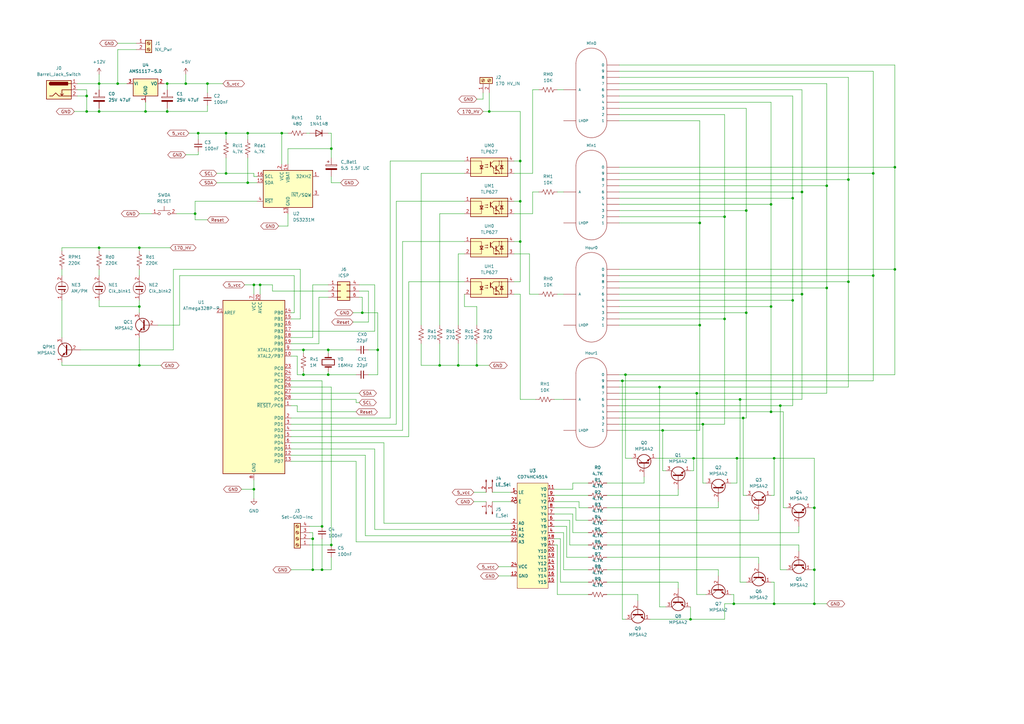
<source format=kicad_sch>
(kicad_sch (version 20211123) (generator eeschema)
  (paper "A3")
  (title_block (title "Nixie Clock Schematc") (date "2023-02-15") (rev "1.0") (company "Bradley Thissen") (comment 1 "Programmable Real Time Clock with 4x IN-12b Nixie Display"))
  (junction (at 57.15 101.6))
  (junction (at 187.96 149.86))
  (junction (at 40.64 34.29))
  (junction (at 148.59 128.27))
  (junction (at 347.98 73.66))
  (junction (at 358.14 113.03))
  (junction (at 285.75 161.29))
  (junction (at 334.01 208.28))
  (junction (at 367.03 68.58))
  (junction (at 213.36 82.55))
  (junction (at 40.64 45.72))
  (junction (at 320.04 166.37))
  (junction (at 124.46 143.51))
  (junction (at 328.93 120.65))
  (junction (at 284.48 187.96))
  (junction (at 306.07 86.36))
  (junction (at 92.71 71.12))
  (junction (at 271.78 176.53))
  (junction (at 135.89 60.96))
  (junction (at 101.6 74.93))
  (junction (at 270.51 158.75))
  (junction (at 297.18 130.81))
  (junction (at 124.46 153.67))
  (junction (at 358.14 71.12))
  (junction (at 287.02 91.44))
  (junction (at 328.93 78.74))
  (junction (at 104.14 116.84))
  (junction (at 35.56 39.37))
  (junction (at 115.57 54.61))
  (junction (at 200.66 45.72))
  (junction (at 132.08 215.9))
  (junction (at 81.28 54.61))
  (junction (at 134.62 143.51))
  (junction (at 40.64 101.6))
  (junction (at 85.09 34.29))
  (junction (at 35.56 45.72))
  (junction (at 213.36 66.04))
  (junction (at 347.98 115.57))
  (junction (at 302.26 187.96))
  (junction (at 287.02 133.35))
  (junction (at 104.14 200.66))
  (junction (at 132.08 233.68))
  (junction (at 334.01 233.68))
  (junction (at 101.6 54.61))
  (junction (at 134.62 153.67))
  (junction (at 367.03 110.49))
  (junction (at 57.15 125.73))
  (junction (at 339.09 76.2))
  (junction (at 325.12 123.19))
  (junction (at 92.71 54.61))
  (junction (at 316.23 168.91))
  (junction (at 300.99 247.65))
  (junction (at 306.07 128.27))
  (junction (at 154.94 143.51))
  (junction (at 128.27 233.68))
  (junction (at 288.29 173.99))
  (junction (at 334.01 247.65))
  (junction (at 316.23 83.82))
  (junction (at 339.09 118.11))
  (junction (at 283.21 254))
  (junction (at 68.58 45.72))
  (junction (at 304.8 171.45))
  (junction (at 135.89 223.52))
  (junction (at 325.12 81.28))
  (junction (at 213.36 99.06))
  (junction (at 68.58 34.29))
  (junction (at 128.27 220.98))
  (junction (at 317.5 187.96))
  (junction (at 316.23 125.73))
  (junction (at 59.69 45.72))
  (junction (at 76.2 34.29))
  (junction (at 297.18 88.9))
  (junction (at 256.54 153.67))
  (junction (at 317.5 247.65))
  (junction (at 195.58 149.86))
  (junction (at 57.15 149.86))
  (junction (at 106.68 116.84))
  (junction (at 48.26 34.29))
  (junction (at 255.27 156.21))
  (junction (at 303.53 163.83))
  (junction (at 80.01 87.63))
  (junction (at 180.34 149.86))
  (wire (pts (xy 119.38 173.99) (xy 162.56 173.99)))
  (wire (pts (xy 134.62 121.92) (xy 130.81 121.92)))
  (wire (pts (xy 40.64 45.72) (xy 59.69 45.72)))
  (wire (pts (xy 232.41 228.6) (xy 232.41 215.9)))
  (wire (pts (xy 254 110.49) (xy 367.03 110.49)))
  (wire (pts (xy 321.31 208.28) (xy 321.31 168.91)))
  (wire (pts (xy 85.09 38.1) (xy 85.09 34.29)))
  (wire (pts (xy 119.38 189.23) (xy 146.05 189.23)))
  (wire (pts (xy 254 39.37) (xy 325.12 39.37)))
  (wire (pts (xy 128.27 218.44) (xy 128.27 220.98)))
  (wire (pts (xy 248.92 198.12) (xy 264.16 198.12)))
  (wire (pts (xy 311.15 213.36) (xy 311.15 210.82)))
  (wire (pts (xy 358.14 71.12) (xy 358.14 113.03)))
  (wire (pts (xy 104.14 200.66) (xy 99.06 200.66)))
  (wire (pts (xy 254 120.65) (xy 328.93 120.65)))
  (wire (pts (xy 254 41.91) (xy 316.23 41.91)))
  (wire (pts (xy 76.2 63.5) (xy 81.28 63.5)))
  (wire (pts (xy 213.36 82.55) (xy 213.36 66.04)))
  (wire (pts (xy 71.12 110.49) (xy 71.12 143.51)))
  (wire (pts (xy 248.92 238.76) (xy 278.13 238.76)))
  (wire (pts (xy 210.82 99.06) (xy 213.36 99.06)))
  (wire (pts (xy 269.24 187.96) (xy 284.48 187.96)))
  (wire (pts (xy 104.14 196.85) (xy 104.14 200.66)))
  (wire (pts (xy 284.48 193.04) (xy 284.48 187.96)))
  (wire (pts (xy 254 81.28) (xy 325.12 81.28)))
  (wire (pts (xy 254 76.2) (xy 339.09 76.2)))
  (wire (pts (xy 213.36 115.57) (xy 213.36 99.06)))
  (wire (pts (xy 172.72 149.86) (xy 180.34 149.86)))
  (wire (pts (xy 213.36 163.83) (xy 213.36 120.65)))
  (wire (pts (xy 132.08 156.21) (xy 132.08 215.9)))
  (wire (pts (xy 339.09 34.29) (xy 339.09 76.2)))
  (wire (pts (xy 132.08 233.68) (xy 128.27 233.68)))
  (wire (pts (xy 347.98 31.75) (xy 347.98 73.66)))
  (wire (pts (xy 132.08 215.9) (xy 127 215.9)))
  (wire (pts (xy 73.66 113.03) (xy 73.66 133.35)))
  (wire (pts (xy 187.96 149.86) (xy 195.58 149.86)))
  (wire (pts (xy 200.66 38.1) (xy 200.66 45.72)))
  (wire (pts (xy 76.2 34.29) (xy 68.58 34.29)))
  (wire (pts (xy 294.64 233.68) (xy 294.64 236.22)))
  (wire (pts (xy 48.26 20.32) (xy 48.26 34.29)))
  (wire (pts (xy 210.82 115.57) (xy 213.36 115.57)))
  (wire (pts (xy 320.04 233.68) (xy 322.58 233.68)))
  (wire (pts (xy 227.33 200.66) (xy 234.95 200.66)))
  (wire (pts (xy 134.62 152.4) (xy 134.62 153.67)))
  (wire (pts (xy 92.71 71.12) (xy 88.9 71.12)))
  (wire (pts (xy 327.66 223.52) (xy 248.92 223.52)))
  (wire (pts (xy 146.05 222.25) (xy 146.05 189.23)))
  (wire (pts (xy 273.05 193.04) (xy 271.78 193.04)))
  (wire (pts (xy 154.94 153.67) (xy 151.13 153.67)))
  (wire (pts (xy 146.05 165.1) (xy 146.05 163.83)))
  (wire (pts (xy 48.26 17.78) (xy 55.88 17.78)))
  (wire (pts (xy 135.89 60.96) (xy 135.89 64.77)))
  (wire (pts (xy 234.95 200.66) (xy 234.95 198.12)))
  (wire (pts (xy 101.6 64.77) (xy 101.6 74.93)))
  (wire (pts (xy 209.55 214.63) (xy 157.48 214.63)))
  (wire (pts (xy 228.6 78.74) (xy 231.14 78.74)))
  (wire (pts (xy 209.55 222.25) (xy 146.05 222.25)))
  (wire (pts (xy 130.81 121.92) (xy 130.81 140.97)))
  (wire (pts (xy 76.2 30.48) (xy 76.2 34.29)))
  (wire (pts (xy 241.3 213.36) (xy 236.22 213.36)))
  (wire (pts (xy 77.47 54.61) (xy 81.28 54.61)))
  (wire (pts (xy 92.71 64.77) (xy 92.71 71.12)))
  (wire (pts (xy 232.41 215.9) (xy 227.33 215.9)))
  (wire (pts (xy 80.01 90.17) (xy 85.09 90.17)))
  (wire (pts (xy 81.28 54.61) (xy 92.71 54.61)))
  (wire (pts (xy 172.72 140.97) (xy 172.72 149.86)))
  (wire (pts (xy 255.27 156.21) (xy 358.14 156.21)))
  (wire (pts (xy 100.33 116.84) (xy 104.14 116.84)))
  (wire (pts (xy 259.08 187.96) (xy 256.54 187.96)))
  (wire (pts (xy 254 113.03) (xy 358.14 113.03)))
  (wire (pts (xy 210.82 82.55) (xy 213.36 82.55)))
  (wire (pts (xy 190.5 104.14) (xy 187.96 104.14)))
  (wire (pts (xy 40.64 34.29) (xy 48.26 34.29)))
  (wire (pts (xy 123.19 130.81) (xy 123.19 110.49)))
  (wire (pts (xy 162.56 173.99) (xy 162.56 82.55)))
  (wire (pts (xy 111.76 116.84) (xy 106.68 116.84)))
  (wire (pts (xy 119.38 161.29) (xy 147.32 161.29)))
  (wire (pts (xy 339.09 118.11) (xy 339.09 161.29)))
  (wire (pts (xy 104.14 200.66) (xy 104.14 204.47)))
  (wire (pts (xy 190.5 120.65) (xy 190.5 125.73)))
  (wire (pts (xy 120.65 113.03) (xy 73.66 113.03)))
  (wire (pts (xy 124.46 143.51) (xy 124.46 144.78)))
  (wire (pts (xy 241.3 233.68) (xy 231.14 233.68)))
  (wire (pts (xy 254 68.58) (xy 367.03 68.58)))
  (wire (pts (xy 228.6 120.65) (xy 231.14 120.65)))
  (wire (pts (xy 285.75 161.29) (xy 339.09 161.29)))
  (wire (pts (xy 118.11 87.63) (xy 118.11 92.71)))
  (wire (pts (xy 57.15 101.6) (xy 40.64 101.6)))
  (wire (pts (xy 213.36 99.06) (xy 213.36 82.55)))
  (wire (pts (xy 106.68 116.84) (xy 106.68 120.65)))
  (wire (pts (xy 302.26 198.12) (xy 302.26 187.96)))
  (wire (pts (xy 57.15 101.6) (xy 57.15 102.87)))
  (wire (pts (xy 128.27 233.68) (xy 119.38 233.68)))
  (wire (pts (xy 248.92 213.36) (xy 311.15 213.36)))
  (wire (pts (xy 25.4 148.59) (xy 25.4 149.86)))
  (wire (pts (xy 118.11 60.96) (xy 135.89 60.96)))
  (wire (pts (xy 256.54 153.67) (xy 256.54 187.96)))
  (wire (pts (xy 204.47 232.41) (xy 209.55 232.41)))
  (wire (pts (xy 124.46 143.51) (xy 134.62 143.51)))
  (wire (pts (xy 347.98 115.57) (xy 347.98 158.75)))
  (wire (pts (xy 115.57 54.61) (xy 118.11 54.61)))
  (wire (pts (xy 325.12 39.37) (xy 325.12 81.28)))
  (wire (pts (xy 229.87 220.98) (xy 227.33 220.98)))
  (wire (pts (xy 40.64 125.73) (xy 57.15 125.73)))
  (wire (pts (xy 57.15 110.49) (xy 57.15 113.03)))
  (wire (pts (xy 69.85 101.6) (xy 57.15 101.6)))
  (wire (pts (xy 254 36.83) (xy 328.93 36.83)))
  (wire (pts (xy 254 86.36) (xy 306.07 86.36)))
  (wire (pts (xy 358.14 29.21) (xy 358.14 71.12)))
  (wire (pts (xy 299.72 243.84) (xy 300.99 243.84)))
  (wire (pts (xy 297.18 88.9) (xy 297.18 130.81)))
  (wire (pts (xy 254 71.12) (xy 358.14 71.12)))
  (wire (pts (xy 119.38 156.21) (xy 132.08 156.21)))
  (wire (pts (xy 128.27 220.98) (xy 128.27 233.68)))
  (wire (pts (xy 92.71 54.61) (xy 92.71 57.15)))
  (wire (pts (xy 236.22 213.36) (xy 236.22 208.28)))
  (wire (pts (xy 119.38 130.81) (xy 123.19 130.81)))
  (wire (pts (xy 218.44 78.74) (xy 220.98 78.74)))
  (wire (pts (xy 218.44 71.12) (xy 218.44 36.83)))
  (wire (pts (xy 347.98 73.66) (xy 347.98 115.57)))
  (wire (pts (xy 146.05 153.67) (xy 134.62 153.67)))
  (wire (pts (xy 288.29 173.99) (xy 288.29 198.12)))
  (wire (pts (xy 254 118.11) (xy 339.09 118.11)))
  (wire (pts (xy 85.09 45.72) (xy 68.58 45.72)))
  (wire (pts (xy 297.18 247.65) (xy 300.99 247.65)))
  (wire (pts (xy 231.14 233.68) (xy 231.14 218.44)))
  (wire (pts (xy 316.23 83.82) (xy 316.23 125.73)))
  (wire (pts (xy 127 218.44) (xy 128.27 218.44)))
  (wire (pts (xy 167.64 115.57) (xy 190.5 115.57)))
  (wire (pts (xy 35.56 36.83) (xy 35.56 39.37)))
  (wire (pts (xy 88.9 74.93) (xy 101.6 74.93)))
  (wire (pts (xy 85.09 43.18) (xy 85.09 45.72)))
  (wire (pts (xy 283.21 254) (xy 297.18 254)))
  (wire (pts (xy 316.23 125.73) (xy 316.23 168.91)))
  (wire (pts (xy 284.48 187.96) (xy 302.26 187.96)))
  (wire (pts (xy 81.28 62.23) (xy 81.28 63.5)))
  (wire (pts (xy 297.18 46.99) (xy 297.18 88.9)))
  (wire (pts (xy 254 46.99) (xy 297.18 46.99)))
  (wire (pts (xy 147.32 165.1) (xy 146.05 165.1)))
  (wire (pts (xy 40.64 110.49) (xy 40.64 113.03)))
  (wire (pts (xy 209.55 217.17) (xy 153.67 217.17)))
  (wire (pts (xy 327.66 218.44) (xy 327.66 215.9)))
  (wire (pts (xy 287.02 91.44) (xy 287.02 133.35)))
  (wire (pts (xy 149.86 219.71) (xy 149.86 186.69)))
  (wire (pts (xy 85.09 34.29) (xy 76.2 34.29)))
  (wire (pts (xy 57.15 149.86) (xy 66.04 149.86)))
  (wire (pts (xy 101.6 57.15) (xy 101.6 54.61)))
  (wire (pts (xy 25.4 110.49) (xy 25.4 113.03)))
  (wire (pts (xy 219.71 163.83) (xy 213.36 163.83)))
  (wire (pts (xy 134.62 143.51) (xy 134.62 144.78)))
  (wire (pts (xy 248.92 218.44) (xy 327.66 218.44)))
  (wire (pts (xy 124.46 152.4) (xy 124.46 153.67)))
  (wire (pts (xy 248.92 243.84) (xy 261.62 243.84)))
  (wire (pts (xy 119.38 179.07) (xy 167.64 179.07)))
  (wire (pts (xy 31.75 36.83) (xy 35.56 36.83)))
  (wire (pts (xy 118.11 67.31) (xy 118.11 60.96)))
  (wire (pts (xy 187.96 104.14) (xy 187.96 133.35)))
  (wire (pts (xy 217.17 120.65) (xy 220.98 120.65)))
  (wire (pts (xy 151.13 119.38) (xy 151.13 132.08)))
  (wire (pts (xy 167.64 179.07) (xy 167.64 115.57)))
  (wire (pts (xy 190.5 87.63) (xy 180.34 87.63)))
  (wire (pts (xy 119.38 163.83) (xy 146.05 163.83)))
  (wire (pts (xy 266.7 254) (xy 283.21 254)))
  (wire (pts (xy 40.64 30.48) (xy 40.64 34.29)))
  (wire (pts (xy 121.92 168.91) (xy 146.05 168.91)))
  (wire (pts (xy 153.67 217.17) (xy 153.67 184.15)))
  (wire (pts (xy 316.23 203.2) (xy 317.5 203.2)))
  (wire (pts (xy 217.17 104.14) (xy 217.17 120.65)))
  (wire (pts (xy 134.62 143.51) (xy 146.05 143.51)))
  (wire (pts (xy 115.57 67.31) (xy 115.57 54.61)))
  (wire (pts (xy 236.22 208.28) (xy 227.33 208.28)))
  (wire (pts (xy 320.04 166.37) (xy 320.04 233.68)))
  (wire (pts (xy 154.94 128.27) (xy 148.59 128.27)))
  (wire (pts (xy 198.12 38.1) (xy 198.12 40.64)))
  (wire (pts (xy 119.38 143.51) (xy 124.46 143.51)))
  (wire (pts (xy 227.33 203.2) (xy 241.3 203.2)))
  (wire (pts (xy 135.89 54.61) (xy 135.89 60.96)))
  (wire (pts (xy 165.1 99.06) (xy 190.5 99.06)))
  (wire (pts (xy 135.89 72.39) (xy 135.89 74.93)))
  (wire (pts (xy 200.66 45.72) (xy 213.36 45.72)))
  (wire (pts (xy 283.21 248.92) (xy 283.21 254)))
  (wire (pts (xy 195.58 125.73) (xy 195.58 133.35)))
  (wire (pts (xy 285.75 243.84) (xy 285.75 161.29)))
  (wire (pts (xy 227.33 163.83) (xy 231.14 163.83)))
  (wire (pts (xy 254 128.27) (xy 306.07 128.27)))
  (wire (pts (xy 135.89 233.68) (xy 132.08 233.68)))
  (wire (pts (xy 271.78 176.53) (xy 271.78 193.04)))
  (wire (pts (xy 254 166.37) (xy 320.04 166.37)))
  (wire (pts (xy 256.54 153.67) (xy 367.03 153.67)))
  (wire (pts (xy 154.94 143.51) (xy 154.94 153.67)))
  (wire (pts (xy 316.23 238.76) (xy 317.5 238.76)))
  (wire (pts (xy 35.56 39.37) (xy 31.75 39.37)))
  (wire (pts (xy 234.95 210.82) (xy 227.33 210.82)))
  (wire (pts (xy 241.3 238.76) (xy 229.87 238.76)))
  (wire (pts (xy 210.82 71.12) (xy 218.44 71.12)))
  (wire (pts (xy 248.92 203.2) (xy 278.13 203.2)))
  (wire (pts (xy 270.51 158.75) (xy 347.98 158.75)))
  (wire (pts (xy 59.69 41.91) (xy 59.69 45.72)))
  (wire (pts (xy 124.46 153.67) (xy 121.92 153.67)))
  (wire (pts (xy 287.02 49.53) (xy 287.02 91.44)))
  (wire (pts (xy 228.6 223.52) (xy 227.33 223.52)))
  (wire (pts (xy 248.92 233.68) (xy 294.64 233.68)))
  (wire (pts (xy 254 49.53) (xy 287.02 49.53)))
  (wire (pts (xy 165.1 176.53) (xy 165.1 99.06)))
  (wire (pts (xy 25.4 123.19) (xy 25.4 138.43)))
  (wire (pts (xy 233.68 213.36) (xy 227.33 213.36)))
  (wire (pts (xy 68.58 45.72) (xy 59.69 45.72)))
  (wire (pts (xy 81.28 54.61) (xy 81.28 57.15)))
  (wire (pts (xy 72.39 87.63) (xy 80.01 87.63)))
  (wire (pts (xy 210.82 66.04) (xy 213.36 66.04)))
  (wire (pts (xy 40.64 101.6) (xy 25.4 101.6)))
  (wire (pts (xy 254 133.35) (xy 287.02 133.35)))
  (wire (pts (xy 157.48 214.63) (xy 157.48 181.61)))
  (wire (pts (xy 40.64 101.6) (xy 40.64 102.87)))
  (wire (pts (xy 306.07 44.45) (xy 306.07 86.36)))
  (wire (pts (xy 111.76 119.38) (xy 111.76 116.84)))
  (wire (pts (xy 241.3 243.84) (xy 228.6 243.84)))
  (wire (pts (xy 241.3 208.28) (xy 237.49 208.28)))
  (wire (pts (xy 306.07 86.36) (xy 306.07 128.27)))
  (wire (pts (xy 180.34 87.63) (xy 180.34 133.35)))
  (wire (pts (xy 228.6 243.84) (xy 228.6 223.52)))
  (wire (pts (xy 80.01 87.63) (xy 80.01 90.17)))
  (wire (pts (xy 297.18 130.81) (xy 297.18 173.99)))
  (wire (pts (xy 151.13 132.08) (xy 144.78 132.08)))
  (wire (pts (xy 40.64 44.45) (xy 40.64 45.72)))
  (wire (pts (xy 261.62 243.84) (xy 261.62 246.38)))
  (wire (pts (xy 31.75 34.29) (xy 40.64 34.29)))
  (wire (pts (xy 317.5 187.96) (xy 334.01 187.96)))
  (wire (pts (xy 213.36 120.65) (xy 210.82 120.65)))
  (wire (pts (xy 254 88.9) (xy 297.18 88.9)))
  (wire (pts (xy 132.08 220.98) (xy 132.08 233.68)))
  (wire (pts (xy 270.51 248.92) (xy 270.51 158.75)))
  (wire (pts (xy 311.15 228.6) (xy 311.15 231.14)))
  (wire (pts (xy 367.03 110.49) (xy 367.03 153.67)))
  (wire (pts (xy 299.72 198.12) (xy 302.26 198.12)))
  (wire (pts (xy 213.36 66.04) (xy 213.36 45.72)))
  (wire (pts (xy 201.93 201.93) (xy 209.55 201.93)))
  (wire (pts (xy 68.58 34.29) (xy 68.58 36.83)))
  (wire (pts (xy 40.64 34.29) (xy 40.64 36.83)))
  (wire (pts (xy 254 153.67) (xy 256.54 153.67)))
  (wire (pts (xy 300.99 243.84) (xy 300.99 247.65)))
  (wire (pts (xy 127 220.98) (xy 128.27 220.98)))
  (wire (pts (xy 256.54 254) (xy 255.27 254)))
  (wire (pts (xy 254 78.74) (xy 328.93 78.74)))
  (wire (pts (xy 134.62 119.38) (xy 111.76 119.38)))
  (wire (pts (xy 254 44.45) (xy 306.07 44.45)))
  (wire (pts (xy 334.01 247.65) (xy 334.01 233.68)))
  (wire (pts (xy 106.68 116.84) (xy 104.14 116.84)))
  (wire (pts (xy 254 26.67) (xy 367.03 26.67)))
  (wire (pts (xy 218.44 87.63) (xy 218.44 78.74)))
  (wire (pts (xy 254 173.99) (xy 288.29 173.99)))
  (wire (pts (xy 134.62 116.84) (xy 128.27 116.84)))
  (wire (pts (xy 71.12 143.51) (xy 33.02 143.51)))
  (wire (pts (xy 210.82 104.14) (xy 217.17 104.14)))
  (wire (pts (xy 134.62 153.67) (xy 124.46 153.67)))
  (wire (pts (xy 304.8 171.45) (xy 306.07 171.45)))
  (wire (pts (xy 317.5 247.65) (xy 334.01 247.65)))
  (wire (pts (xy 135.89 228.6) (xy 135.89 233.68)))
  (wire (pts (xy 278.13 238.76) (xy 278.13 241.3)))
  (wire (pts (xy 297.18 254) (xy 297.18 247.65)))
  (wire (pts (xy 254 163.83) (xy 303.53 163.83)))
  (wire (pts (xy 255.27 254) (xy 255.27 156.21)))
  (wire (pts (xy 204.47 236.22) (xy 209.55 236.22)))
  (wire (pts (xy 25.4 149.86) (xy 57.15 149.86)))
  (wire (pts (xy 303.53 238.76) (xy 303.53 163.83)))
  (wire (pts (xy 303.53 163.83) (xy 328.93 163.83)))
  (wire (pts (xy 119.38 171.45) (xy 160.02 171.45)))
  (wire (pts (xy 114.3 92.71) (xy 118.11 92.71)))
  (wire (pts (xy 254 31.75) (xy 347.98 31.75)))
  (wire (pts (xy 195.58 149.86) (xy 200.66 149.86)))
  (wire (pts (xy 125.73 54.61) (xy 127 54.61)))
  (wire (pts (xy 201.93 205.74) (xy 209.55 205.74)))
  (wire (pts (xy 254 123.19) (xy 325.12 123.19)))
  (wire (pts (xy 241.3 218.44) (xy 234.95 218.44)))
  (wire (pts (xy 328.93 36.83) (xy 328.93 78.74)))
  (wire (pts (xy 101.6 74.93) (xy 105.41 74.93)))
  (wire (pts (xy 254 158.75) (xy 270.51 158.75)))
  (wire (pts (xy 325.12 123.19) (xy 325.12 166.37)))
  (wire (pts (xy 254 176.53) (xy 271.78 176.53)))
  (wire (pts (xy 48.26 34.29) (xy 52.07 34.29)))
  (wire (pts (xy 190.5 125.73) (xy 195.58 125.73)))
  (wire (pts (xy 121.92 168.91) (xy 121.92 166.37)))
  (wire (pts (xy 119.38 146.05) (xy 121.92 146.05)))
  (wire (pts (xy 130.81 140.97) (xy 119.38 140.97)))
  (wire (pts (xy 187.96 140.97) (xy 187.96 149.86)))
  (wire (pts (xy 194.31 201.93) (xy 199.39 201.93)))
  (wire (pts (xy 328.93 120.65) (xy 328.93 163.83)))
  (wire (pts (xy 119.38 184.15) (xy 153.67 184.15)))
  (wire (pts (xy 254 91.44) (xy 287.02 91.44)))
  (wire (pts (xy 254 130.81) (xy 297.18 130.81)))
  (wire (pts (xy 237.49 205.74) (xy 227.33 205.74)))
  (wire (pts (xy 234.95 218.44) (xy 234.95 210.82)))
  (wire (pts (xy 209.55 219.71) (xy 149.86 219.71)))
  (wire (pts (xy 147.32 121.92) (xy 148.59 121.92)))
  (wire (pts (xy 67.31 34.29) (xy 68.58 34.29)))
  (wire (pts (xy 254 73.66) (xy 347.98 73.66)))
  (wire (pts (xy 254 29.21) (xy 358.14 29.21)))
  (wire (pts (xy 328.93 78.74) (xy 328.93 120.65)))
  (wire (pts (xy 25.4 101.6) (xy 25.4 102.87)))
  (wire (pts (xy 148.59 128.27) (xy 144.78 128.27)))
  (wire (pts (xy 302.26 187.96) (xy 317.5 187.96)))
  (wire (pts (xy 180.34 140.97) (xy 180.34 149.86)))
  (wire (pts (xy 210.82 87.63) (xy 218.44 87.63)))
  (wire (pts (xy 358.14 113.03) (xy 358.14 156.21)))
  (wire (pts (xy 233.68 223.52) (xy 233.68 213.36)))
  (wire (pts (xy 234.95 198.12) (xy 241.3 198.12)))
  (wire (pts (xy 300.99 247.65) (xy 317.5 247.65)))
  (wire (pts (xy 289.56 243.84) (xy 285.75 243.84)))
  (wire (pts (xy 228.6 36.83) (xy 231.14 36.83)))
  (wire (pts (xy 283.21 193.04) (xy 284.48 193.04)))
  (wire (pts (xy 121.92 153.67) (xy 121.92 146.05)))
  (wire (pts (xy 316.23 168.91) (xy 321.31 168.91)))
  (wire (pts (xy 57.15 138.43) (xy 57.15 149.86)))
  (wire (pts (xy 128.27 138.43) (xy 119.38 138.43)))
  (wire (pts (xy 339.09 76.2) (xy 339.09 118.11)))
  (wire (pts (xy 160.02 171.45) (xy 160.02 66.04)))
  (wire (pts (xy 241.3 223.52) (xy 233.68 223.52)))
  (wire (pts (xy 85.09 34.29) (xy 91.44 34.29)))
  (wire (pts (xy 121.92 166.37) (xy 119.38 166.37)))
  (wire (pts (xy 35.56 45.72) (xy 35.56 39.37)))
  (wire (pts (xy 306.07 238.76) (xy 303.53 238.76)))
  (wire (pts (xy 73.66 133.35) (xy 64.77 133.35)))
  (wire (pts (xy 254 161.29) (xy 285.75 161.29)))
  (wire (pts (xy 334.01 233.68) (xy 334.01 208.28)))
  (wire (pts (xy 135.89 158.75) (xy 135.89 223.52)))
  (wire (pts (xy 153.67 135.89) (xy 153.67 116.84)))
  (wire (pts (xy 40.64 123.19) (xy 40.64 125.73)))
  (wire (pts (xy 55.88 20.32) (xy 48.26 20.32)))
  (wire (pts (xy 332.74 233.68) (xy 334.01 233.68)))
  (wire (pts (xy 119.38 128.27) (xy 120.65 128.27)))
  (wire (pts (xy 198.12 45.72) (xy 200.66 45.72)))
  (wire (pts (xy 160.02 66.04) (xy 190.5 66.04)))
  (wire (pts (xy 119.38 181.61) (xy 157.48 181.61)))
  (wire (pts (xy 57.15 87.63) (xy 62.23 87.63)))
  (wire (pts (xy 104.14 71.12) (xy 92.71 71.12)))
  (wire (pts (xy 327.66 226.06) (xy 327.66 223.52)))
  (wire (pts (xy 264.16 198.12) (xy 264.16 195.58)))
  (wire (pts (xy 304.8 171.45) (xy 304.8 203.2)))
  (wire (pts (xy 135.89 74.93) (xy 139.7 74.93)))
  (wire (pts (xy 367.03 26.67) (xy 367.03 68.58)))
  (wire (pts (xy 367.03 68.58) (xy 367.03 110.49)))
  (wire (pts (xy 229.87 238.76) (xy 229.87 220.98)))
  (wire (pts (xy 119.38 186.69) (xy 149.86 186.69)))
  (wire (pts (xy 254 125.73) (xy 316.23 125.73)))
  (wire (pts (xy 248.92 228.6) (xy 311.15 228.6)))
  (wire (pts (xy 162.56 82.55) (xy 190.5 82.55)))
  (wire (pts (xy 278.13 203.2) (xy 278.13 200.66)))
  (wire (pts (xy 320.04 166.37) (xy 325.12 166.37)))
  (wire (pts (xy 128.27 116.84) (xy 128.27 138.43)))
  (wire (pts (xy 104.14 72.39) (xy 104.14 71.12)))
  (wire (pts (xy 134.62 54.61) (xy 135.89 54.61)))
  (wire (pts (xy 190.5 71.12) (xy 172.72 71.12)))
  (wire (pts (xy 287.02 133.35) (xy 287.02 176.53)))
  (wire (pts (xy 248.92 208.28) (xy 294.64 208.28)))
  (wire (pts (xy 218.44 36.83) (xy 220.98 36.83)))
  (wire (pts (xy 115.57 54.61) (xy 101.6 54.61)))
  (wire (pts (xy 254 83.82) (xy 316.23 83.82)))
  (wire (pts (xy 180.34 149.86) (xy 187.96 149.86)))
  (wire (pts (xy 332.74 208.28) (xy 334.01 208.28)))
  (wire (pts (xy 306.07 203.2) (xy 304.8 203.2)))
  (wire (pts (xy 322.58 208.28) (xy 321.31 208.28)))
  (wire (pts (xy 148.59 121.92) (xy 148.59 128.27)))
  (wire (pts (xy 254 34.29) (xy 339.09 34.29)))
  (wire (pts (xy 35.56 45.72) (xy 40.64 45.72)))
  (wire (pts (xy 288.29 173.99) (xy 297.18 173.99)))
  (wire (pts (xy 289.56 198.12) (xy 288.29 198.12)))
  (wire (pts (xy 105.41 72.39) (xy 104.14 72.39)))
  (wire (pts (xy 254 168.91) (xy 316.23 168.91)))
  (wire (pts (xy 241.3 228.6) (xy 232.41 228.6)))
  (wire (pts (xy 237.49 208.28) (xy 237.49 205.74)))
  (wire (pts (xy 104.14 116.84) (xy 104.14 120.65)))
  (wire (pts (xy 127 223.52) (xy 135.89 223.52)))
  (wire (pts (xy 317.5 203.2) (xy 317.5 187.96)))
  (wire (pts (xy 172.72 71.12) (xy 172.72 133.35)))
  (wire (pts (xy 317.5 238.76) (xy 317.5 247.65)))
  (wire (pts (xy 80.01 82.55) (xy 80.01 87.63)))
  (wire (pts (xy 119.38 158.75) (xy 135.89 158.75)))
  (wire (pts (xy 119.38 135.89) (xy 153.67 135.89)))
  (wire (pts (xy 154.94 128.27) (xy 154.94 143.51)))
  (wire (pts (xy 194.31 205.74) (xy 199.39 205.74)))
  (wire (pts (xy 120.65 128.27) (xy 120.65 113.03)))
  (wire (pts (xy 254 171.45) (xy 304.8 171.45)))
  (wire (pts (xy 254 115.57) (xy 347.98 115.57)))
  (wire (pts (xy 154.94 143.51) (xy 151.13 143.51)))
  (wire (pts (xy 119.38 176.53) (xy 165.1 176.53)))
  (wire (pts (xy 325.12 81.28) (xy 325.12 123.19)))
  (wire (pts (xy 123.19 110.49) (xy 71.12 110.49)))
  (wire (pts (xy 101.6 54.61) (xy 92.71 54.61)))
  (wire (pts (xy 195.58 140.97) (xy 195.58 149.86)))
  (wire (pts (xy 334.01 208.28) (xy 334.01 187.96)))
  (wire (pts (xy 271.78 176.53) (xy 287.02 176.53)))
  (wire (pts (xy 147.32 119.38) (xy 151.13 119.38)))
  (wire (pts (xy 294.64 208.28) (xy 294.64 205.74)))
  (wire (pts (xy 198.12 40.64) (xy 195.58 40.64)))
  (wire (pts (xy 273.05 248.92) (xy 270.51 248.92)))
  (wire (pts (xy 68.58 44.45) (xy 68.58 45.72)))
  (wire (pts (xy 153.67 116.84) (xy 147.32 116.84)))
  (wire (pts (xy 316.23 41.91) (xy 316.23 83.82)))
  (wire (pts (xy 254 156.21) (xy 255.27 156.21)))
  (wire (pts (xy 57.15 125.73) (xy 57.15 128.27)))
  (wire (pts (xy 80.01 82.55) (xy 105.41 82.55)))
  (wire (pts (xy 57.15 123.19) (xy 57.15 125.73)))
  (wire (pts (xy 306.07 128.27) (xy 306.07 171.45)))
  (wire (pts (xy 334.01 247.65) (xy 339.09 247.65)))
  (wire (pts (xy 30.48 45.72) (xy 35.56 45.72)))
  (wire (pts (xy 231.14 218.44) (xy 227.33 218.44)))
  (global_label "GND" (shape bidirectional) (at 30.48 45.72 180) (property "Intersheet References" "${INTERSHEET_REFS}" (effects hide)))
  (global_label "5_vcc" (shape bidirectional) (at 91.44 34.29 0) (property "Intersheet References" "${INTERSHEET_REFS}" (effects hide)))
  (global_label "GND" (shape bidirectional) (at 195.58 40.64 180) (property "Intersheet References" "${INTERSHEET_REFS}" (effects hide)))
  (global_label "170_HV" (shape bidirectional) (at 69.85 101.6 0) (property "Intersheet References" "${INTERSHEET_REFS}" (effects hide)))
  (global_label "5_vcc" (shape bidirectional) (at 100.33 116.84 180) (property "Intersheet References" "${INTERSHEET_REFS}" (effects hide)))
  (global_label "GND" (shape bidirectional) (at 48.26 17.78 180) (property "Intersheet References" "${INTERSHEET_REFS}" (effects hide)))
  (global_label "5_vcc" (shape bidirectional) (at 204.47 232.41 180) (property "Intersheet References" "${INTERSHEET_REFS}" (effects hide)))
  (global_label "GND" (shape bidirectional) (at 57.15 87.63 180) (property "Intersheet References" "${INTERSHEET_REFS}" (effects hide)))
  (global_label "Reset" (shape bidirectional) (at 85.09 90.17 0) (property "Intersheet References" "${INTERSHEET_REFS}" (effects hide)))
  (global_label "GND" (shape bidirectional) (at 66.04 149.86 0) (property "Intersheet References" "${INTERSHEET_REFS}" (effects hide)))
  (global_label "Reset" (shape bidirectional) (at 144.78 132.08 180) (property "Intersheet References" "${INTERSHEET_REFS}" (effects hide)))
  (global_label "170_HV" (shape bidirectional) (at 198.12 45.72 180) (property "Intersheet References" "${INTERSHEET_REFS}" (effects hide)))
  (global_label "SDA" (shape bidirectional) (at 88.9 74.93 180) (property "Intersheet References" "${INTERSHEET_REFS}" (effects hide)))
  (global_label "GND" (shape bidirectional) (at 114.3 92.71 180) (property "Intersheet References" "${INTERSHEET_REFS}" (effects hide)))
  (global_label "GND" (shape bidirectional) (at 119.38 233.68 180) (property "Intersheet References" "${INTERSHEET_REFS}" (effects hide)))
  (global_label "SCL" (shape bidirectional) (at 147.32 165.1 0) (property "Intersheet References" "${INTERSHEET_REFS}" (effects hide)))
  (global_label "SCL" (shape bidirectional) (at 88.9 71.12 180) (property "Intersheet References" "${INTERSHEET_REFS}" (effects hide)))
  (global_label "GND" (shape bidirectional) (at 194.31 205.74 180) (property "Intersheet References" "${INTERSHEET_REFS}" (effects hide)))
  (global_label "SDA" (shape bidirectional) (at 147.32 161.29 0) (property "Intersheet References" "${INTERSHEET_REFS}" (effects hide)))
  (global_label "GND" (shape bidirectional) (at 204.47 236.22 180) (property "Intersheet References" "${INTERSHEET_REFS}" (effects hide)))
  (global_label "GND" (shape bidirectional) (at 144.78 128.27 180) (property "Intersheet References" "${INTERSHEET_REFS}" (effects hide)))
  (global_label "GND" (shape bidirectional) (at 139.7 74.93 0) (property "Intersheet References" "${INTERSHEET_REFS}" (effects hide)))
  (global_label "GND" (shape bidirectional) (at 200.66 149.86 0) (property "Intersheet References" "${INTERSHEET_REFS}" (effects hide)))
  (global_label "5_vcc" (shape bidirectional) (at 77.47 54.61 180) (property "Intersheet References" "${INTERSHEET_REFS}" (effects hide)))
  (global_label "GND" (shape bidirectional) (at 339.09 247.65 0) (property "Intersheet References" "${INTERSHEET_REFS}" (effects hide)))
  (global_label "5_vcc" (shape bidirectional) (at 194.31 201.93 180) (property "Intersheet References" "${INTERSHEET_REFS}" (effects hide)))
  (global_label "GND" (shape bidirectional) (at 76.2 63.5 180) (property "Intersheet References" "${INTERSHEET_REFS}" (effects hide)))
  (global_label "GND" (shape bidirectional) (at 99.06 200.66 180) (property "Intersheet References" "${INTERSHEET_REFS}" (effects hide)))
  (global_label "Reset" (shape bidirectional) (at 146.05 168.91 0) (property "Intersheet References" "${INTERSHEET_REFS}" (effects hide)))
  (symbol (lib_id "Device:Lamp_Neon") (at 40.64 118.11 0) (unit 1)
    (property "Reference" "NE1" (at 44.45 116.8399 0) (effects (justify left)))
    (property "Value" "Clk_blnk1" (at 44.45 119.3799 0) (effects (justify left)))
    (property "Footprint" "Capacitor_THT:CP_Radial_Tantal_D6.0mm_P5.00mm" (effects hide))
  )
  (symbol (lib_id "Transistor_BJT:MPSA42") (at 311.15 205.74 90) (unit 1)
    (property "Reference" "Q3" (at 311.15 196.85 90))
    (property "Value" "MPSA42" (at 311.15 199.39 90))
    (property "Footprint" "Package_TO_SOT_THT:TO-92_Inline" (effects hide))
    (property "Datasheet" "http://www.onsemi.com/pub_link/Collateral/MPSA42-D.PDF" (effects hide))
  )
  (symbol (lib_id "Device:R_US") (at 245.11 213.36 90) (unit 1)
    (property "Reference" "R3" (at 245.11 207.01 90))
    (property "Value" "4.7K" (at 245.11 209.55 90))
    (property "Footprint" "Resistor_THT:R_Axial_DIN0207_L6.3mm_D2.5mm_P2.54mm_Vertical" (effects hide))
  )
  (symbol (lib_id "Isolator:TLP627") (at 200.66 68.58 0) (unit 1)
    (property "Reference" "UM0" (at 200.66 59.69 0))
    (property "Value" "TLP627" (at 200.66 62.23 0))
    (property "Footprint" "Package_DIP:DIP-4_W7.62mm" (effects hide))
    (property "Datasheet" "https://toshiba.semicon-storage.com/info/docget.jsp?did=16914&prodName=TLP627" (effects hide))
  )
  (symbol (lib_id "Timer_RTC:DS3231M") (at 118.11 77.47 0) (unit 1)
    (property "Reference" "U2" (at 120.1294 87.63 0) (effects (justify left)))
    (property "Value" "DS3231M" (at 120.1294 90.17 0) (effects (justify left)))
    (property "Footprint" "Package_SO:SOIC-16W_7.5x10.3mm_P1.27mm" (effects hide))
    (property "Datasheet" "http://datasheets.maximintegrated.com/en/ds/DS3231.pdf" (effects hide))
  )
  (symbol (lib_id "Device:R_US") (at 57.15 106.68 180) (unit 1)
    (property "Reference" "Rd1" (at 59.69 105.4099 0) (effects (justify right)))
    (property "Value" "220K" (at 59.69 107.9499 0) (effects (justify right)))
    (property "Footprint" "Resistor_THT:R_Axial_DIN0207_L6.3mm_D2.5mm_P2.54mm_Vertical" (effects hide))
  )
  (symbol (lib_id "power:GND") (at 104.14 204.47 0) (unit 1)
    (property "Reference" "#PWR0101" (effects hide))
    (property "Value" "GND" (at 104.14 209.55 0))
  )
  (symbol (lib_id "Device:C_Polarized") (at 40.64 40.64 0) (unit 1)
    (property "Reference" "C0" (at 44.45 38.4809 0) (effects (justify left)))
    (property "Value" "25V 47uF" (at 44.45 41.0209 0) (effects (justify left)))
    (property "Footprint" "Capacitor_SMD:CP_Elec_6.3x5.9" (effects hide))
  )
  (symbol (lib_id "Connector:Barrel_Jack_Switch") (at 24.13 36.83 0) (unit 1)
    (property "Reference" "J0" (at 24.13 27.94 0))
    (property "Value" "Barrel_Jack_Switch" (at 24.13 30.48 0))
    (property "Footprint" "Connector_BarrelJack:BarrelJack_Horizontal" (effects hide))
  )
  (symbol (lib_id "Connector:Screw_Terminal_01x04") (at 121.92 220.98 180) (unit 1)
    (property "Reference" "J3" (at 121.92 209.55 0))
    (property "Value" "Set-GND-Inc" (at 121.92 212.09 0))
    (property "Footprint" "TerminalBlock_TE-Connectivity:TerminalBlock_TE_282834-4_1x04_P2.54mm_Horizontal" (effects hide))
  )
  (symbol (lib_id "Transistor_BJT:MPSA42") (at 261.62 251.46 90) (mirror x) (unit 1)
    (property "Reference" "Q9" (at 261.62 257.81 90))
    (property "Value" "MPSA42" (at 261.62 260.35 90))
    (property "Footprint" "Package_TO_SOT_THT:TO-92_Inline" (effects hide))
    (property "Datasheet" "http://www.onsemi.com/pub_link/Collateral/MPSA42-D.PDF" (effects hide))
  )
  (symbol (lib_id "Device:Crystal") (at 134.62 148.59 270) (unit 1)
    (property "Reference" "Y0" (at 138.43 147.3199 90) (effects (justify left)))
    (property "Value" "16MHz" (at 138.43 149.8599 90) (effects (justify left)))
    (property "Footprint" "Crystal:Crystal_HC49-4H_Vertical" (effects hide))
  )
  (symbol (lib_id "nixies-us:IN-12BORIGINAL") (at 241.3 36.83 180) (unit 1)
    (property "Reference" "Min0" (at 242.57 17.78 0) (effects (font (size 1.143 1.143))))
    (property "Value" "IN-12BORIGINAL" (effects hide))
    (property "Footprint" "nixies-us:IN-12" (effects hide))
  )
  (symbol (lib_id "Transistor_BJT:MPSA42") (at 327.66 231.14 90) (mirror x) (unit 1)
    (property "Reference" "Q5" (at 327.66 237.49 90))
    (property "Value" "MPSA42" (at 327.66 240.03 90))
    (property "Footprint" "Package_TO_SOT_THT:TO-92_Inline" (effects hide))
    (property "Datasheet" "http://www.onsemi.com/pub_link/Collateral/MPSA42-D.PDF" (effects hide))
  )
  (symbol (lib_id "Connector:Conn_01x02_Male") (at 199.39 210.82 90) (unit 1)
    (property "Reference" "J5" (at 203.2 208.9149 90) (effects (justify right)))
    (property "Value" "E_Sel" (at 203.2 211.4549 90) (effects (justify right)))
    (property "Footprint" "Connector_PinHeader_2.54mm:PinHeader_1x02_P2.54mm_Vertical" (effects hide))
  )
  (symbol (lib_id "Connector:Screw_Terminal_01x02") (at 198.12 33.02 90) (unit 1)
    (property "Reference" "J2" (at 203.2 31.7499 90) (effects (justify right)))
    (property "Value" "170 HV_IN" (at 203.2 34.2899 90) (effects (justify right)))
    (property "Footprint" "TerminalBlock_TE-Connectivity:TerminalBlock_TE_282834-2_1x02_P2.54mm_Horizontal" (effects hide))
  )
  (symbol (lib_id "Device:C_Polarized") (at 68.58 40.64 0) (unit 1)
    (property "Reference" "C1" (at 72.39 38.4809 0) (effects (justify left)))
    (property "Value" "25V 47uF" (at 72.39 41.0209 0) (effects (justify left)))
    (property "Footprint" "Capacitor_SMD:CP_Elec_6.3x5.9" (effects hide))
  )
  (symbol (lib_id "Device:R_US") (at 245.11 203.2 90) (unit 1)
    (property "Reference" "R1" (at 245.11 196.85 90))
    (property "Value" "4.7K" (at 245.11 199.39 90))
    (property "Footprint" "Resistor_THT:R_Axial_DIN0207_L6.3mm_D2.5mm_P2.54mm_Vertical" (effects hide))
  )
  (symbol (lib_id "MCU_Microchip_ATmega:ATmega328P-P") (at 104.14 158.75 0) (unit 1)
    (property "Reference" "U1" (at 82.55 123.9393 0))
    (property "Value" "ATmega328P-P" (at 82.55 126.4793 0))
    (property "Footprint" "Package_DIP:DIP-28_W7.62mm" (effects hide))
    (property "Datasheet" "http://ww1.microchip.com/downloads/en/DeviceDoc/ATmega328_P%20AVR%20MCU%20with%20picoPower%20Technology%20Data%20Sheet%2040001984A.pdf" (effects hide))
  )
  (symbol (lib_id "Connector:Conn_01x02_Male") (at 201.93 196.85 270) (unit 1)
    (property "Reference" "J4" (at 203.2 196.2149 90) (effects (justify left)))
    (property "Value" "LE_Sel" (at 203.2 198.7549 90) (effects (justify left)))
    (property "Footprint" "Connector_PinHeader_2.54mm:PinHeader_1x02_P2.54mm_Vertical" (effects hide))
  )
  (symbol (lib_id "Device:C_Polarized") (at 135.89 68.58 0) (unit 1)
    (property "Reference" "C_Bat1" (at 139.7 66.4209 0) (effects (justify left)))
    (property "Value" "5.5 1.5F UC" (at 139.7 68.9609 0) (effects (justify left)))
    (property "Footprint" "Capacitor_THT:DX_5R5VxxxxU_D19.0mm_P5.00mm" (effects hide))
  )
  (symbol (lib_id "Transistor_BJT:MPSA42") (at 327.66 210.82 90) (unit 1)
    (property "Reference" "Q4" (at 327.66 201.93 90))
    (property "Value" "MPSA42" (at 327.66 204.47 90))
    (property "Footprint" "Package_TO_SOT_THT:TO-92_Inline" (effects hide))
    (property "Datasheet" "http://www.onsemi.com/pub_link/Collateral/MPSA42-D.PDF" (effects hide))
  )
  (symbol (lib_id "Device:C_Small") (at 81.28 59.69 0) (unit 1)
    (property "Reference" "C3" (at 83.82 58.4262 0) (effects (justify left)))
    (property "Value" "100nF" (at 83.82 60.9662 0) (effects (justify left)))
    (property "Footprint" "Capacitor_THT:C_Disc_D3.0mm_W2.0mm_P2.50mm" (effects hide))
  )
  (symbol (lib_id "Device:R_US") (at 245.11 233.68 90) (unit 1)
    (property "Reference" "R7" (at 245.11 227.33 90))
    (property "Value" "4.7K" (at 245.11 229.87 90))
    (property "Footprint" "Resistor_THT:R_Axial_DIN0207_L6.3mm_D2.5mm_P2.54mm_Vertical" (effects hide))
  )
  (symbol (lib_id "Device:R_US") (at 245.11 223.52 90) (unit 1)
    (property "Reference" "R5" (at 245.11 217.17 90))
    (property "Value" "4.7K" (at 245.11 219.71 90))
    (property "Footprint" "Resistor_THT:R_Axial_DIN0207_L6.3mm_D2.5mm_P2.54mm_Vertical" (effects hide))
  )
  (symbol (lib_id "Transistor_BJT:MPSA42") (at 278.13 246.38 90) (mirror x) (unit 1)
    (property "Reference" "Q8" (at 278.13 252.73 90))
    (property "Value" "MPSA42" (at 278.13 255.27 90))
    (property "Footprint" "Package_TO_SOT_THT:TO-92_Inline" (effects hide))
    (property "Datasheet" "http://www.onsemi.com/pub_link/Collateral/MPSA42-D.PDF" (effects hide))
  )
  (symbol (lib_id "Transistor_BJT:MPSA42") (at 294.64 200.66 90) (unit 1)
    (property "Reference" "Q2" (at 294.64 191.77 90))
    (property "Value" "MPSA42" (at 294.64 194.31 90))
    (property "Footprint" "Package_TO_SOT_THT:TO-92_Inline" (effects hide))
    (property "Datasheet" "http://www.onsemi.com/pub_link/Collateral/MPSA42-D.PDF" (effects hide))
  )
  (symbol (lib_id "Device:R_US") (at 180.34 137.16 180) (unit 1)
    (property "Reference" "Rb1" (at 182.88 135.8899 0) (effects (justify right)))
    (property "Value" "270" (at 182.88 138.4299 0) (effects (justify right)))
    (property "Footprint" "Resistor_THT:R_Axial_DIN0207_L6.3mm_D2.5mm_P2.54mm_Vertical" (effects hide))
  )
  (symbol (lib_id "Switch:SW_Push_Dual_x2") (at 67.31 87.63 0) (unit 1)
    (property "Reference" "SW0" (at 67.31 80.01 0))
    (property "Value" "RESET" (at 67.31 82.55 0))
    (property "Footprint" "Button_Switch_THT:SW_PUSH_6mm_H7.3mm" (effects hide))
  )
  (symbol (lib_id "Device:R_US") (at 245.11 208.28 90) (unit 1)
    (property "Reference" "R2" (at 245.11 201.93 90))
    (property "Value" "4.7K" (at 245.11 204.47 90))
    (property "Footprint" "Resistor_THT:R_Axial_DIN0207_L6.3mm_D2.5mm_P2.54mm_Vertical" (effects hide))
  )
  (symbol (lib_id "Diode:1N4148") (at 130.81 54.61 180) (unit 1)
    (property "Reference" "D1" (at 130.81 48.26 0))
    (property "Value" "1N4148" (at 130.81 50.8 0))
    (property "Footprint" "Diode_THT:D_DO-35_SOD27_P7.62mm_Horizontal" (effects hide))
    (property "Datasheet" "https://assets.nexperia.com/documents/data-sheet/1N4148_1N4448.pdf" (effects hide))
  )
  (symbol (lib_id "nixies-us:IN-12BORIGINAL") (at 241.3 78.74 180) (unit 1)
    (property "Reference" "Min1" (at 242.57 59.69 0) (effects (font (size 1.143 1.143))))
    (property "Value" "IN-12BORIGINAL" (effects hide))
    (property "Footprint" "nixies-us:IN-12" (effects hide))
  )
  (symbol (lib_id "Device:R_US") (at 245.11 198.12 90) (unit 1)
    (property "Reference" "R0" (at 245.11 191.77 90))
    (property "Value" "4.7K" (at 245.11 194.31 90))
    (property "Footprint" "Resistor_THT:R_Axial_DIN0207_L6.3mm_D2.5mm_P2.54mm_Vertical" (effects hide))
  )
  (symbol (lib_id "Transistor_BJT:MPSA42") (at 264.16 190.5 90) (unit 1)
    (property "Reference" "Q0" (at 264.16 181.61 90))
    (property "Value" "MPSA42" (at 264.16 184.15 90))
    (property "Footprint" "Package_TO_SOT_THT:TO-92_Inline" (effects hide))
    (property "Datasheet" "http://www.onsemi.com/pub_link/Collateral/MPSA42-D.PDF" (effects hide))
  )
  (symbol (lib_id "nixies-us:IN-12BORIGINAL") (at 241.3 163.83 180) (unit 1)
    (property "Reference" "Hour1" (at 242.57 144.78 0) (effects (font (size 1.143 1.143))))
    (property "Value" "IN-12BORIGINAL" (effects hide))
    (property "Footprint" "nixies-us:IN-12" (effects hide))
  )
  (symbol (lib_id "Device:Lamp_Neon") (at 25.4 118.11 0) (unit 1)
    (property "Reference" "NE3" (at 29.21 116.8399 0) (effects (justify left)))
    (property "Value" "AM/PM" (at 29.21 119.3799 0) (effects (justify left)))
    (property "Footprint" "Capacitor_THT:CP_Radial_Tantal_D6.0mm_P5.00mm" (effects hide))
  )
  (symbol (lib_id "Device:C_Small") (at 148.59 153.67 90) (unit 1)
    (property "Reference" "CX1" (at 148.5963 147.32 90))
    (property "Value" "22pF" (at 148.5963 149.86 90))
    (property "Footprint" "Capacitor_THT:C_Disc_D3.0mm_W2.0mm_P2.50mm" (effects hide))
  )
  (symbol (lib_id "Device:R_US") (at 224.79 78.74 90) (unit 1)
    (property "Reference" "RM1" (at 224.79 72.39 90))
    (property "Value" "10K" (at 224.79 74.93 90))
    (property "Footprint" "Resistor_THT:R_Axial_DIN0207_L6.3mm_D2.5mm_P2.54mm_Vertical" (effects hide))
  )
  (symbol (lib_id "Device:C_Small") (at 135.89 226.06 0) (unit 1)
    (property "Reference" "C5" (at 138.43 224.7962 0) (effects (justify left)))
    (property "Value" "100nF" (at 138.43 227.3362 0) (effects (justify left)))
    (property "Footprint" "Capacitor_THT:C_Disc_D3.0mm_W2.0mm_P2.50mm" (effects hide))
  )
  (symbol (lib_id "power:+12V") (at 40.64 30.48 0) (unit 1)
    (property "Reference" "#PWR0103" (effects hide))
    (property "Value" "+12V" (at 40.64 25.4 0))
  )
  (symbol (lib_id "Device:R_US") (at 124.46 148.59 180) (unit 1)
    (property "Reference" "Rx1" (at 127 147.3199 0) (effects (justify right)))
    (property "Value" "1M" (at 127 149.8599 0) (effects (justify right)))
    (property "Footprint" "Resistor_THT:R_Axial_DIN0207_L6.3mm_D2.5mm_P2.54mm_Vertical" (effects hide))
  )
  (symbol (lib_id "Device:C_Small") (at 85.09 40.64 0) (unit 1)
    (property "Reference" "C2" (at 87.63 39.3762 0) (effects (justify left)))
    (property "Value" "100nF" (at 87.63 41.9162 0) (effects (justify left)))
    (property "Footprint" "Capacitor_THT:C_Disc_D3.0mm_W2.0mm_P2.50mm" (effects hide))
  )
  (symbol (lib_id "Regulator_Linear:AMS1117-5.0") (at 59.69 34.29 0) (unit 1)
    (property "Reference" "U4" (at 59.69 26.67 0))
    (property "Value" "AMS1117-5.0" (at 59.69 29.21 0))
    (property "Footprint" "Package_TO_SOT_SMD:SOT-223-3_TabPin2" (effects hide))
    (property "Datasheet" "http://www.advanced-monolithic.com/pdf/ds1117.pdf" (effects hide))
  )
  (symbol (lib_id "Transistor_BJT:MPSA42") (at 59.69 133.35 0) (mirror y) (unit 1)
    (property "Reference" "QC1" (at 54.61 132.0799 0) (effects (justify left)))
    (property "Value" "MPSA42" (at 54.61 134.6199 0) (effects (justify left)))
    (property "Footprint" "Package_TO_SOT_THT:TO-92_Inline" (effects hide))
    (property "Datasheet" "http://www.onsemi.com/pub_link/Collateral/MPSA42-D.PDF" (effects hide))
  )
  (symbol (lib_id "Connector_Generic:Conn_02x03_Top_Bottom") (at 139.7 119.38 0) (unit 1)
    (property "Reference" "J6" (at 140.97 110.49 0))
    (property "Value" "ICSP" (at 140.97 113.03 0))
    (property "Footprint" "Connector_PinHeader_2.54mm:PinHeader_2x03_P2.54mm_Vertical" (effects hide))
  )
  (symbol (lib_id "Device:R_US") (at 172.72 137.16 180) (unit 1)
    (property "Reference" "Ra1" (at 175.26 135.8899 0) (effects (justify right)))
    (property "Value" "270" (at 175.26 138.4299 0) (effects (justify right)))
    (property "Footprint" "Resistor_THT:R_Axial_DIN0207_L6.3mm_D2.5mm_P2.54mm_Vertical" (effects hide))
  )
  (symbol (lib_id "Transistor_BJT:MPSA42") (at 27.94 143.51 0) (mirror y) (unit 1)
    (property "Reference" "QPM1" (at 22.86 142.2399 0) (effects (justify left)))
    (property "Value" "MPSA42" (at 22.86 144.7799 0) (effects (justify left)))
    (property "Footprint" "Package_TO_SOT_THT:TO-92_Inline" (effects hide))
    (property "Datasheet" "http://www.onsemi.com/pub_link/Collateral/MPSA42-D.PDF" (effects hide))
  )
  (symbol (lib_id "Device:R_US") (at 195.58 137.16 180) (unit 1)
    (property "Reference" "Rd2" (at 198.12 135.8899 0) (effects (justify right)))
    (property "Value" "270" (at 198.12 138.4299 0) (effects (justify right)))
    (property "Footprint" "Resistor_THT:R_Axial_DIN0207_L6.3mm_D2.5mm_P2.54mm_Vertical" (effects hide))
  )
  (symbol (lib_id "Device:R_US") (at 245.11 228.6 90) (unit 1)
    (property "Reference" "R6" (at 245.11 222.25 90))
    (property "Value" "4.7K" (at 245.11 224.79 90))
    (property "Footprint" "Resistor_THT:R_Axial_DIN0207_L6.3mm_D2.5mm_P2.54mm_Vertical" (effects hide))
  )
  (symbol (lib_id "Device:R_US") (at 25.4 106.68 180) (unit 1)
    (property "Reference" "RPM1" (at 27.94 105.4099 0) (effects (justify right)))
    (property "Value" "220K" (at 27.94 107.9499 0) (effects (justify right)))
    (property "Footprint" "Resistor_THT:R_Axial_DIN0207_L6.3mm_D2.5mm_P2.54mm_Vertical" (effects hide))
  )
  (symbol (lib_id "power:+5V") (at 76.2 30.48 0) (unit 1)
    (property "Reference" "#PWR0102" (effects hide))
    (property "Value" "+5V" (at 76.2 25.4 0))
  )
  (symbol (lib_id "Device:R_US") (at 223.52 163.83 90) (unit 1)
    (property "Reference" "RH1" (at 223.52 157.48 90))
    (property "Value" "10K" (at 223.52 160.02 90))
    (property "Footprint" "Resistor_THT:R_Axial_DIN0207_L6.3mm_D2.5mm_P2.54mm_Vertical" (effects hide))
  )
  (symbol (lib_id "Device:R_US") (at 224.79 36.83 90) (unit 1)
    (property "Reference" "RM0" (at 224.79 30.48 90))
    (property "Value" "10K" (at 224.79 33.02 90))
    (property "Footprint" "Resistor_THT:R_Axial_DIN0207_L6.3mm_D2.5mm_P2.54mm_Vertical" (effects hide))
  )
  (symbol (lib_id "Transistor_BJT:MPSA42") (at 278.13 195.58 90) (unit 1)
    (property "Reference" "Q1" (at 278.13 186.69 90))
    (property "Value" "MPSA42" (at 278.13 189.23 90))
    (property "Footprint" "Package_TO_SOT_THT:TO-92_Inline" (effects hide))
    (property "Datasheet" "http://www.onsemi.com/pub_link/Collateral/MPSA42-D.PDF" (effects hide))
  )
  (symbol (lib_id "Device:C_Small") (at 132.08 218.44 0) (unit 1)
    (property "Reference" "C4" (at 134.62 217.1762 0) (effects (justify left)))
    (property "Value" "100nF" (at 134.62 219.7162 0) (effects (justify left)))
    (property "Footprint" "Capacitor_THT:C_Disc_D3.0mm_W2.0mm_P2.50mm" (effects hide))
  )
  (symbol (lib_id "Device:R_US") (at 224.79 120.65 90) (unit 1)
    (property "Reference" "RH0" (at 224.79 114.3 90))
    (property "Value" "10K" (at 224.79 116.84 90))
    (property "Footprint" "Resistor_THT:R_Axial_DIN0207_L6.3mm_D2.5mm_P2.54mm_Vertical" (effects hide))
  )
  (symbol (lib_id "Device:R_US") (at 101.6 60.96 180) (unit 1)
    (property "Reference" "Rda1" (at 104.14 59.6899 0) (effects (justify right)))
    (property "Value" "4.7K" (at 104.14 62.2299 0) (effects (justify right)))
    (property "Footprint" "Resistor_THT:R_Axial_DIN0207_L6.3mm_D2.5mm_P2.54mm_Vertical" (effects hide))
  )
  (symbol (lib_id "Isolator:TLP627") (at 200.66 85.09 0) (unit 1)
    (property "Reference" "UM1" (at 200.66 76.2 0))
    (property "Value" "TLP627" (at 200.66 78.74 0))
    (property "Footprint" "Package_DIP:DIP-4_W7.62mm" (effects hide))
    (property "Datasheet" "https://toshiba.semicon-storage.com/info/docget.jsp?did=16914&prodName=TLP627" (effects hide))
  )
  (symbol (lib_id "Device:R_US") (at 92.71 60.96 180) (unit 1)
    (property "Reference" "Rcl1" (at 95.25 59.6899 0) (effects (justify right)))
    (property "Value" "4.7K" (at 95.25 62.2299 0) (effects (justify right)))
    (property "Footprint" "Resistor_THT:R_Axial_DIN0207_L6.3mm_D2.5mm_P2.54mm_Vertical" (effects hide))
  )
  (symbol (lib_id "Transistor_BJT:MPSA42") (at 311.15 236.22 90) (mirror x) (unit 1)
    (property "Reference" "Q6" (at 311.15 242.57 90))
    (property "Value" "MPSA42" (at 311.15 245.11 90))
    (property "Footprint" "Package_TO_SOT_THT:TO-92_Inline" (effects hide))
    (property "Datasheet" "http://www.onsemi.com/pub_link/Collateral/MPSA42-D.PDF" (effects hide))
  )
  (symbol (lib_id "Device:R_US") (at 121.92 54.61 270) (unit 1)
    (property "Reference" "Rch1" (at 121.92 48.26 90))
    (property "Value" "480" (at 121.92 50.8 90))
    (property "Footprint" "Resistor_THT:R_Axial_DIN0207_L6.3mm_D2.5mm_P2.54mm_Vertical" (effects hide))
  )
  (symbol (lib_id "Device:R_US") (at 245.11 238.76 90) (unit 1)
    (property "Reference" "R8" (at 245.11 232.41 90))
    (property "Value" "4.7K" (at 245.11 234.95 90))
    (property "Footprint" "Resistor_THT:R_Axial_DIN0207_L6.3mm_D2.5mm_P2.54mm_Vertical" (effects hide))
  )
  (symbol (lib_id "Device:R_US") (at 187.96 137.16 180) (unit 1)
    (property "Reference" "Rc1" (at 190.5 135.8899 0) (effects (justify right)))
    (property "Value" "270" (at 190.5 138.4299 0) (effects (justify right)))
    (property "Footprint" "Resistor_THT:R_Axial_DIN0207_L6.3mm_D2.5mm_P2.54mm_Vertical" (effects hide))
  )
  (symbol (lib_id "custom:CD74HC4514") (at 218.44 218.44 0) (unit 1)
    (property "Reference" "U3" (at 218.44 193.04 0))
    (property "Value" "CD74HC4514" (at 218.44 195.58 0))
    (property "Footprint" "custom_parts:SOIC-24" (effects hide))
  )
  (symbol (lib_id "nixies-us:IN-12BORIGINAL") (at 241.3 120.65 180) (unit 1)
    (property "Reference" "Hour0" (at 242.57 101.6 0) (effects (font (size 1.143 1.143))))
    (property "Value" "IN-12BORIGINAL" (effects hide))
    (property "Footprint" "nixies-us:IN-12" (effects hide))
  )
  (symbol (lib_id "Transistor_BJT:MPSA42") (at 294.64 241.3 90) (mirror x) (unit 1)
    (property "Reference" "Q7" (at 294.64 247.65 90))
    (property "Value" "MPSA42" (at 294.64 250.19 90))
    (property "Footprint" "Package_TO_SOT_THT:TO-92_Inline" (effects hide))
    (property "Datasheet" "http://www.onsemi.com/pub_link/Collateral/MPSA42-D.PDF" (effects hide))
  )
  (symbol (lib_id "Device:Lamp_Neon") (at 57.15 118.11 0) (unit 1)
    (property "Reference" "NE2" (at 60.96 116.8399 0) (effects (justify left)))
    (property "Value" "Clk_blnk2" (at 60.96 119.3799 0) (effects (justify left)))
    (property "Footprint" "Capacitor_THT:CP_Radial_Tantal_D6.0mm_P5.00mm" (effects hide))
  )
  (symbol (lib_id "Isolator:TLP627") (at 200.66 118.11 0) (unit 1)
    (property "Reference" "UH1" (at 200.66 109.22 0))
    (property "Value" "TLP627" (at 200.66 111.76 0))
    (property "Footprint" "Package_DIP:DIP-4_W7.62mm" (effects hide))
    (property "Datasheet" "https://toshiba.semicon-storage.com/info/docget.jsp?did=16914&prodName=TLP627" (effects hide))
  )
  (symbol (lib_id "Device:R_US") (at 245.11 243.84 90) (unit 1)
    (property "Reference" "R9" (at 245.11 237.49 90))
    (property "Value" "4.7K" (at 245.11 240.03 90))
    (property "Footprint" "Resistor_THT:R_Axial_DIN0207_L6.3mm_D2.5mm_P2.54mm_Vertical" (effects hide))
  )
  (symbol (lib_id "Device:C_Small") (at 148.59 143.51 90) (unit 1)
    (property "Reference" "CX0" (at 148.5963 137.16 90))
    (property "Value" "22pF" (at 148.5963 139.7 90))
    (property "Footprint" "Capacitor_THT:C_Disc_D3.0mm_W2.0mm_P2.50mm" (effects hide))
  )
  (symbol (lib_id "Device:R_US") (at 245.11 218.44 90) (unit 1)
    (property "Reference" "R4" (at 245.11 212.09 90))
    (property "Value" "4.7K" (at 245.11 214.63 90))
    (property "Footprint" "Resistor_THT:R_Axial_DIN0207_L6.3mm_D2.5mm_P2.54mm_Vertical" (effects hide))
  )
  (symbol (lib_id "Isolator:TLP627") (at 200.66 101.6 0) (unit 1)
    (property "Reference" "UH0" (at 200.66 92.71 0))
    (property "Value" "TLP627" (at 200.66 95.25 0))
    (property "Footprint" "Package_DIP:DIP-4_W7.62mm" (effects hide))
    (property "Datasheet" "https://toshiba.semicon-storage.com/info/docget.jsp?did=16914&prodName=TLP627" (effects hide))
  )
  (symbol (lib_id "Device:R_US") (at 40.64 106.68 180) (unit 1)
    (property "Reference" "Rd0" (at 43.18 105.4099 0) (effects (justify right)))
    (property "Value" "220K" (at 43.18 107.9499 0) (effects (justify right)))
    (property "Footprint" "Resistor_THT:R_Axial_DIN0207_L6.3mm_D2.5mm_P2.54mm_Vertical" (effects hide))
  )
  (symbol (lib_id "Connector:Screw_Terminal_01x02") (at 60.96 17.78 0) (unit 1)
    (property "Reference" "J1" (at 63.5 17.7799 0) (effects (justify left)))
    (property "Value" "NX_Pwr" (at 63.5 20.3199 0) (effects (justify left)))
    (property "Footprint" "TerminalBlock_TE-Connectivity:TerminalBlock_TE_282834-2_1x02_P2.54mm_Horizontal" (effects hide))
  )
)
</source>
